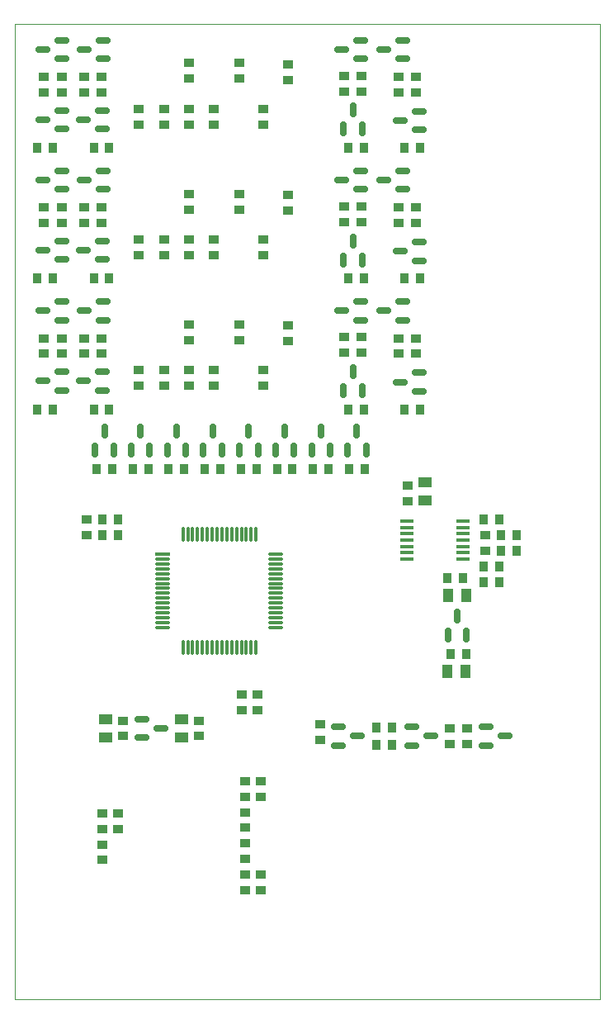
<source format=gtp>
G04*
G04 #@! TF.GenerationSoftware,Altium Limited,Altium Designer,20.0.13 (296)*
G04*
G04 Layer_Color=8421504*
%FSLAX24Y24*%
%MOIN*%
G70*
G01*
G75*
%ADD14C,0.0010*%
%ADD15R,0.0394X0.0354*%
%ADD16R,0.0354X0.0394*%
G04:AMPARAMS|DCode=17|XSize=23.6mil|YSize=57.1mil|CornerRadius=0mil|HoleSize=0mil|Usage=FLASHONLY|Rotation=90.000|XOffset=0mil|YOffset=0mil|HoleType=Round|Shape=Octagon|*
%AMOCTAGOND17*
4,1,8,-0.0285,-0.0059,-0.0285,0.0059,-0.0226,0.0118,0.0226,0.0118,0.0285,0.0059,0.0285,-0.0059,0.0226,-0.0118,-0.0226,-0.0118,-0.0285,-0.0059,0.0*
%
%ADD17OCTAGOND17*%

G04:AMPARAMS|DCode=18|XSize=23.6mil|YSize=57.1mil|CornerRadius=0mil|HoleSize=0mil|Usage=FLASHONLY|Rotation=180.000|XOffset=0mil|YOffset=0mil|HoleType=Round|Shape=Octagon|*
%AMOCTAGOND18*
4,1,8,0.0059,-0.0285,-0.0059,-0.0285,-0.0118,-0.0226,-0.0118,0.0226,-0.0059,0.0285,0.0059,0.0285,0.0118,0.0226,0.0118,-0.0226,0.0059,-0.0285,0.0*
%
%ADD18OCTAGOND18*%

%ADD19R,0.0413X0.0551*%
%ADD20R,0.0630X0.0118*%
%ADD21O,0.0630X0.0118*%
%ADD22O,0.0118X0.0630*%
%ADD23R,0.0551X0.0138*%
%ADD24R,0.0551X0.0413*%
D14*
X0Y0D02*
Y39370D01*
X23622D01*
X23622Y0D01*
X0D02*
X23622D01*
D15*
X9173Y11693D02*
D03*
Y12323D02*
D03*
X9803Y11693D02*
D03*
Y12323D02*
D03*
X18268Y10315D02*
D03*
Y10945D02*
D03*
X12323Y11102D02*
D03*
Y10472D02*
D03*
X17559Y10315D02*
D03*
Y10945D02*
D03*
X1181Y26693D02*
D03*
Y26063D02*
D03*
X1890Y26693D02*
D03*
Y26063D02*
D03*
X3504Y26693D02*
D03*
Y26063D02*
D03*
X2795Y26693D02*
D03*
Y26063D02*
D03*
X7047Y27244D02*
D03*
Y26614D02*
D03*
X9055Y27244D02*
D03*
Y26614D02*
D03*
X11024Y27205D02*
D03*
Y26575D02*
D03*
X10039Y24764D02*
D03*
Y25394D02*
D03*
X16220Y26693D02*
D03*
Y26063D02*
D03*
X8031Y24764D02*
D03*
Y25394D02*
D03*
X7047Y24764D02*
D03*
Y25394D02*
D03*
X6024Y24764D02*
D03*
Y25394D02*
D03*
X15512Y26693D02*
D03*
Y26063D02*
D03*
X5000Y24764D02*
D03*
Y25394D02*
D03*
X13307Y26732D02*
D03*
Y26102D02*
D03*
X14016Y26732D02*
D03*
Y26102D02*
D03*
X1181Y31969D02*
D03*
Y31339D02*
D03*
X1890Y31969D02*
D03*
Y31339D02*
D03*
X3504Y31969D02*
D03*
Y31339D02*
D03*
X2795Y31969D02*
D03*
Y31339D02*
D03*
X7047Y32520D02*
D03*
Y31890D02*
D03*
X9055Y32520D02*
D03*
Y31890D02*
D03*
X11024Y32480D02*
D03*
Y31850D02*
D03*
X10039Y30039D02*
D03*
Y30669D02*
D03*
X16220Y31969D02*
D03*
Y31339D02*
D03*
X8031Y30039D02*
D03*
Y30669D02*
D03*
X7047Y30039D02*
D03*
Y30669D02*
D03*
X6024Y30039D02*
D03*
Y30669D02*
D03*
X15512Y31969D02*
D03*
Y31339D02*
D03*
X5000Y30039D02*
D03*
Y30669D02*
D03*
X13307Y32008D02*
D03*
Y31378D02*
D03*
X14016Y32008D02*
D03*
Y31378D02*
D03*
X1181Y37244D02*
D03*
Y36614D02*
D03*
X1890Y37244D02*
D03*
Y36614D02*
D03*
X3504Y37244D02*
D03*
Y36614D02*
D03*
X2795Y37244D02*
D03*
Y36614D02*
D03*
X7047Y37795D02*
D03*
Y37165D02*
D03*
X9055Y37795D02*
D03*
Y37165D02*
D03*
X11024Y37756D02*
D03*
Y37126D02*
D03*
X10039Y35315D02*
D03*
Y35945D02*
D03*
X16220Y37244D02*
D03*
Y36614D02*
D03*
X8031Y35315D02*
D03*
Y35945D02*
D03*
X7047Y35315D02*
D03*
Y35945D02*
D03*
X6024Y35315D02*
D03*
Y35945D02*
D03*
X15512Y37244D02*
D03*
Y36614D02*
D03*
X5000Y35315D02*
D03*
Y35945D02*
D03*
X13307Y37283D02*
D03*
Y36654D02*
D03*
X14016Y37283D02*
D03*
Y36654D02*
D03*
X19016Y18740D02*
D03*
Y18110D02*
D03*
X15866Y20748D02*
D03*
Y20118D02*
D03*
X2913Y19370D02*
D03*
Y18740D02*
D03*
X4173Y6890D02*
D03*
Y7520D02*
D03*
X9921Y8189D02*
D03*
Y8819D02*
D03*
X3543Y7520D02*
D03*
Y6890D02*
D03*
X9291Y8189D02*
D03*
Y8819D02*
D03*
X3543Y5630D02*
D03*
Y6260D02*
D03*
X9291Y6929D02*
D03*
Y7559D02*
D03*
Y5669D02*
D03*
Y6299D02*
D03*
Y5039D02*
D03*
Y4409D02*
D03*
X7441Y10630D02*
D03*
Y11260D02*
D03*
X4370Y11260D02*
D03*
Y10630D02*
D03*
X9921Y4409D02*
D03*
Y5039D02*
D03*
D16*
X14606Y10276D02*
D03*
X15236D02*
D03*
X14606Y10984D02*
D03*
X15236D02*
D03*
X19567Y16850D02*
D03*
X18937D02*
D03*
X18110Y17008D02*
D03*
X17480D02*
D03*
X17598Y13937D02*
D03*
X18228D02*
D03*
X906Y23819D02*
D03*
X1535D02*
D03*
X3819D02*
D03*
X3189D02*
D03*
X16378D02*
D03*
X15748D02*
D03*
X13465D02*
D03*
X14094D02*
D03*
X906Y29094D02*
D03*
X1535D02*
D03*
X3819D02*
D03*
X3189D02*
D03*
X16378D02*
D03*
X15748D02*
D03*
X13465D02*
D03*
X14094D02*
D03*
X906Y34370D02*
D03*
X1535D02*
D03*
X3819D02*
D03*
X3189D02*
D03*
X16378D02*
D03*
X15748D02*
D03*
X13465D02*
D03*
X14094D02*
D03*
X18937Y17480D02*
D03*
X19567D02*
D03*
X7677Y21417D02*
D03*
X8307D02*
D03*
X20276Y18110D02*
D03*
X19646D02*
D03*
X20276Y18740D02*
D03*
X19646D02*
D03*
X19567Y19370D02*
D03*
X18937D02*
D03*
X3307Y21417D02*
D03*
X3937D02*
D03*
X9134D02*
D03*
X9764D02*
D03*
X13504D02*
D03*
X14134D02*
D03*
X6220D02*
D03*
X6850D02*
D03*
X12047D02*
D03*
X12677D02*
D03*
X10591D02*
D03*
X11220D02*
D03*
X4764D02*
D03*
X5394D02*
D03*
X4173Y19370D02*
D03*
X3543D02*
D03*
X4173Y18740D02*
D03*
X3543D02*
D03*
D17*
X16033Y11004D02*
D03*
Y10256D02*
D03*
X16801Y10630D02*
D03*
X19026Y11004D02*
D03*
Y10256D02*
D03*
X19793Y10630D02*
D03*
X13081Y11004D02*
D03*
Y10256D02*
D03*
X13848Y10630D02*
D03*
X1919Y27421D02*
D03*
Y28169D02*
D03*
X1152Y27795D02*
D03*
X1919Y24587D02*
D03*
Y25335D02*
D03*
X1152Y24961D02*
D03*
X3573Y27421D02*
D03*
Y28169D02*
D03*
X2805Y27795D02*
D03*
X3533Y24587D02*
D03*
Y25335D02*
D03*
X2766Y24961D02*
D03*
X15659Y27421D02*
D03*
Y28169D02*
D03*
X14892Y27795D02*
D03*
X16329Y24547D02*
D03*
Y25295D02*
D03*
X15561Y24921D02*
D03*
X13967Y27421D02*
D03*
Y28169D02*
D03*
X13199Y27795D02*
D03*
X1919Y32697D02*
D03*
Y33445D02*
D03*
X1152Y33071D02*
D03*
X1919Y29862D02*
D03*
Y30610D02*
D03*
X1152Y30236D02*
D03*
X3573Y32697D02*
D03*
Y33445D02*
D03*
X2805Y33071D02*
D03*
X3533Y29862D02*
D03*
Y30610D02*
D03*
X2766Y30236D02*
D03*
X15659Y32697D02*
D03*
Y33445D02*
D03*
X14892Y33071D02*
D03*
X16329Y29823D02*
D03*
Y30571D02*
D03*
X15561Y30197D02*
D03*
X13967Y32697D02*
D03*
Y33445D02*
D03*
X13199Y33071D02*
D03*
X1919Y37972D02*
D03*
Y38720D02*
D03*
X1152Y38346D02*
D03*
X1919Y35138D02*
D03*
Y35886D02*
D03*
X1152Y35512D02*
D03*
X3573Y37972D02*
D03*
Y38720D02*
D03*
X2805Y38346D02*
D03*
X3533Y35138D02*
D03*
Y35886D02*
D03*
X2766Y35512D02*
D03*
X15659Y37972D02*
D03*
Y38720D02*
D03*
X14892Y38346D02*
D03*
X16329Y35098D02*
D03*
Y35846D02*
D03*
X15561Y35472D02*
D03*
X13967Y37972D02*
D03*
Y38720D02*
D03*
X13199Y38346D02*
D03*
X5128Y11319D02*
D03*
Y10571D02*
D03*
X5896Y10945D02*
D03*
D18*
X17500Y14695D02*
D03*
X18248D02*
D03*
X17874Y15463D02*
D03*
X13287Y24577D02*
D03*
X14035D02*
D03*
X13661Y25344D02*
D03*
X13287Y29852D02*
D03*
X14035D02*
D03*
X13661Y30620D02*
D03*
X13287Y35128D02*
D03*
X14035D02*
D03*
X13661Y35896D02*
D03*
X7618Y22175D02*
D03*
X8366D02*
D03*
X7992Y22943D02*
D03*
X3248Y22175D02*
D03*
X3996D02*
D03*
X3622Y22943D02*
D03*
X9075Y22175D02*
D03*
X9823D02*
D03*
X9449Y22943D02*
D03*
X13445Y22175D02*
D03*
X14193D02*
D03*
X13819Y22943D02*
D03*
X6161Y22175D02*
D03*
X6909D02*
D03*
X6535Y22943D02*
D03*
X11988Y22175D02*
D03*
X12736D02*
D03*
X12362Y22943D02*
D03*
X10532Y22175D02*
D03*
X11280D02*
D03*
X10906Y22943D02*
D03*
X4705Y22175D02*
D03*
X5453D02*
D03*
X5079Y22943D02*
D03*
D19*
X18248Y16299D02*
D03*
X17500D02*
D03*
X17461Y13228D02*
D03*
X18209D02*
D03*
D20*
X5984Y17972D02*
D03*
D21*
Y17776D02*
D03*
Y17579D02*
D03*
Y17382D02*
D03*
Y17185D02*
D03*
Y16988D02*
D03*
Y16791D02*
D03*
Y16594D02*
D03*
Y16398D02*
D03*
Y16201D02*
D03*
Y16004D02*
D03*
Y15807D02*
D03*
Y15610D02*
D03*
Y15413D02*
D03*
Y15217D02*
D03*
Y15020D02*
D03*
X10551D02*
D03*
Y15217D02*
D03*
Y15413D02*
D03*
Y15610D02*
D03*
Y15807D02*
D03*
Y16004D02*
D03*
Y16201D02*
D03*
Y16398D02*
D03*
Y16594D02*
D03*
Y16791D02*
D03*
Y16988D02*
D03*
Y17185D02*
D03*
Y17382D02*
D03*
Y17579D02*
D03*
Y17776D02*
D03*
Y17972D02*
D03*
D22*
X6791Y14213D02*
D03*
X6988D02*
D03*
X7185D02*
D03*
X7382D02*
D03*
X7579D02*
D03*
X7776D02*
D03*
X7972D02*
D03*
X8169D02*
D03*
X8366D02*
D03*
X8563D02*
D03*
X8760D02*
D03*
X8957D02*
D03*
X9154D02*
D03*
X9350D02*
D03*
X9547D02*
D03*
X9744D02*
D03*
Y18780D02*
D03*
X9547D02*
D03*
X9350D02*
D03*
X9154D02*
D03*
X8957D02*
D03*
X8760D02*
D03*
X8563D02*
D03*
X8366D02*
D03*
X8169D02*
D03*
X7972D02*
D03*
X7776D02*
D03*
X7579D02*
D03*
X7382D02*
D03*
X7185D02*
D03*
X6988D02*
D03*
X6791D02*
D03*
D23*
X15837Y17776D02*
D03*
Y18032D02*
D03*
Y18287D02*
D03*
Y18543D02*
D03*
Y18799D02*
D03*
Y19055D02*
D03*
Y19311D02*
D03*
X18100D02*
D03*
Y19055D02*
D03*
Y18799D02*
D03*
Y18543D02*
D03*
Y18287D02*
D03*
Y18032D02*
D03*
Y17776D02*
D03*
D24*
X16575Y20886D02*
D03*
Y20138D02*
D03*
X6732Y10571D02*
D03*
Y11319D02*
D03*
X3661Y11319D02*
D03*
Y10571D02*
D03*
M02*

</source>
